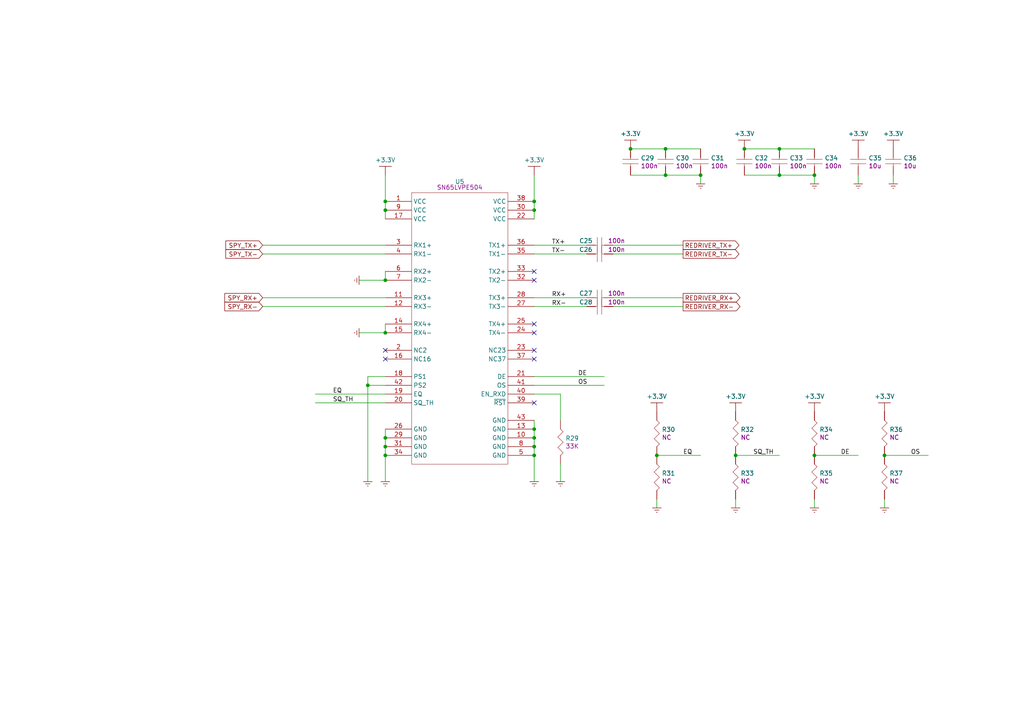
<source format=kicad_sch>
(kicad_sch (version 20200714) (host eeschema "5.99.0-unknown-9a801d8~102~ubuntu18.04.1")
  (page 5 5)
  (paper "A4")
  (title_block (title "EDSCH0003-V1"))
  (lib_symbols
    (symbol "C_0402:C100N_16V_0402" (pin_numbers hide) (pin_names (offset 0.508) hide)
      (property "Reference" "C" (at 5.08 2.286 0))
      (property "Field4" "100n" (at 5.08 -0.254 0))
      (symbol "C100N_16V_0402_0_1"
        (polyline (pts (xy 2.54 0) (xy 2.54 -0.508)) (stroke (width 0.1016)))
        (polyline (pts (xy 0.254 -1.778) (xy 4.826 -1.778)) (stroke (width 0.1016)))
        (polyline (pts (xy 0.254 -0.508) (xy 4.826 -0.508)) (stroke (width 0.1016)))
        (polyline (pts (xy 2.54 -2.54) (xy 2.54 -1.778)) (stroke (width 0.1016)))
      )
      (symbol "C100N_16V_0402_0_0"
        (pin passive line (at 2.54 2.54 270) (length 2.54) (name "1") (number "1"))
        (pin passive line (at 2.54 -5.08 90) (length 2.54) (name "2") (number "2"))
      )
    )
    (symbol "C_1206:C10U_50V_1206" (pin_numbers hide) (pin_names (offset 0.508) hide)
      (property "Reference" "C" (at 2.54 2.286 0))
      (property "Field4" "10u" (at 2.54 -2.794 0))
      (symbol "C10U_50V_1206_0_1"
        (polyline (pts (xy 2.54 0) (xy 2.54 -0.508)) (stroke (width 0.1016)))
        (polyline (pts (xy 0.254 -1.778) (xy 4.826 -1.778)) (stroke (width 0.1016)))
        (polyline (pts (xy 0.254 -0.508) (xy 4.826 -0.508)) (stroke (width 0.1016)))
        (polyline (pts (xy 2.54 -2.54) (xy 2.54 -1.778)) (stroke (width 0.1016)))
      )
      (symbol "C10U_50V_1206_0_0"
        (pin passive line (at 2.54 2.54 270) (length 2.54) (name "1") (number "1"))
        (pin passive line (at 2.54 -5.08 90) (length 2.54) (name "2") (number "2"))
      )
    )
    (symbol "EDSCH0003-V2-A-rescue:+3.3V-MISC_KiCAD" (power) (pin_numbers hide) (pin_names (offset 0) hide)
      (property "Value" "+3.3V-MISC_KiCAD" (at 0 3.556 0))
      (symbol "+3.3V-MISC_KiCAD_0_1"
        (polyline (pts (xy -1.778 2.54) (xy 1.778 2.54)))
        (polyline (pts (xy 0 0) (xy 0 2.54)))
      )
      (symbol "+3.3V-MISC_KiCAD_1_1"
        (pin power_in line (at 0 0 90) (length 0) hide (name "+3.3V") (number "1"))
      )
    )
    (symbol "EDSCH0003-V2-A-rescue:GND-MISC_KiCAD" (power) (pin_numbers hide) (pin_names (offset 0) hide)
      (symbol "GND-MISC_KiCAD_0_1"
        (polyline (pts (xy -0.635 -0.635) (xy 0.635 -0.635)))
        (polyline (pts (xy -0.127 -1.27) (xy 0.127 -1.27)))
        (polyline (pts (xy 1.27 0) (xy -1.27 0)))
      )
      (symbol "GND-MISC_KiCAD_1_1"
        (pin power_in line (at 0 0 270) (length 0) hide (name "GND") (number "1"))
      )
    )
    (symbol "EDSCH0003-V2-A-rescue:PCIe_HALF_x4_Gen2_SN65LVPE504-analyzer" (pin_names (offset 0.508))
      (property "Reference" "U" (at 0 2.286 0))
      (property "Field4" "SN65LVPE504" (at 0 -78.994 0))
      (symbol "PCIe_HALF_x4_Gen2_SN65LVPE504-analyzer_0_1"
        (rectangle (start 0 0) (end 27.94 -78.74) (stroke (width 0.1016)))
      )
      (symbol "PCIe_HALF_x4_Gen2_SN65LVPE504-analyzer_0_0"
        (pin power_in line (at -7.62 -2.54 0) (length 7.62) (name "VCC") (number "1"))
        (pin power_in line (at 35.56 -71.12 180) (length 7.62) (name "GND") (number "10"))
        (pin passive line (at -7.62 -30.48 0) (length 7.62) (name "RX3+") (number "11"))
        (pin passive line (at -7.62 -33.02 0) (length 7.62) (name "RX3-") (number "12"))
        (pin power_in line (at 35.56 -68.58 180) (length 7.62) (name "GND") (number "13"))
        (pin passive line (at -7.62 -38.1 0) (length 7.62) (name "RX4+") (number "14"))
        (pin passive line (at -7.62 -40.64 0) (length 7.62) (name "RX4-") (number "15"))
        (pin passive line (at -7.62 -48.26 0) (length 7.62) (name "NC16") (number "16"))
        (pin power_in line (at -7.62 -7.62 0) (length 7.62) (name "VCC") (number "17"))
        (pin passive line (at -7.62 -53.34 0) (length 7.62) (name "PS1") (number "18"))
        (pin passive line (at -7.62 -58.42 0) (length 7.62) (name "EQ") (number "19"))
        (pin passive line (at -7.62 -45.72 0) (length 7.62) (name "NC2") (number "2"))
        (pin passive line (at -7.62 -60.96 0) (length 7.62) (name "SQ_TH") (number "20"))
        (pin passive line (at 35.56 -53.34 180) (length 7.62) (name "DE") (number "21"))
        (pin power_in line (at 35.56 -7.62 180) (length 7.62) (name "VCC") (number "22"))
        (pin passive line (at 35.56 -45.72 180) (length 7.62) (name "NC23") (number "23"))
        (pin passive line (at 35.56 -40.64 180) (length 7.62) (name "TX4-") (number "24"))
        (pin passive line (at 35.56 -38.1 180) (length 7.62) (name "TX4+") (number "25"))
        (pin power_in line (at -7.62 -68.58 0) (length 7.62) (name "GND") (number "26"))
        (pin passive line (at 35.56 -33.02 180) (length 7.62) (name "TX3-") (number "27"))
        (pin passive line (at 35.56 -30.48 180) (length 7.62) (name "TX3+") (number "28"))
        (pin power_in line (at -7.62 -71.12 0) (length 7.62) (name "GND") (number "29"))
        (pin passive line (at -7.62 -15.24 0) (length 7.62) (name "RX1+") (number "3"))
        (pin power_in line (at 35.56 -5.08 180) (length 7.62) (name "VCC") (number "30"))
        (pin power_in line (at -7.62 -73.66 0) (length 7.62) (name "GND") (number "31"))
        (pin passive line (at 35.56 -25.4 180) (length 7.62) (name "TX2-") (number "32"))
        (pin passive line (at 35.56 -22.86 180) (length 7.62) (name "TX2+") (number "33"))
        (pin power_in line (at -7.62 -76.2 0) (length 7.62) (name "GND") (number "34"))
        (pin passive line (at 35.56 -17.78 180) (length 7.62) (name "TX1-") (number "35"))
        (pin passive line (at 35.56 -15.24 180) (length 7.62) (name "TX1+") (number "36"))
        (pin passive line (at 35.56 -48.26 180) (length 7.62) (name "NC37") (number "37"))
        (pin power_in line (at 35.56 -2.54 180) (length 7.62) (name "VCC") (number "38"))
        (pin passive line (at 35.56 -60.96 180) (length 7.62) (name "~RST") (number "39"))
        (pin passive line (at -7.62 -17.78 0) (length 7.62) (name "RX1-") (number "4"))
        (pin passive line (at 35.56 -58.42 180) (length 7.62) (name "EN_RXD") (number "40"))
        (pin passive line (at 35.56 -55.88 180) (length 7.62) (name "OS") (number "41"))
        (pin passive line (at -7.62 -55.88 0) (length 7.62) (name "PS2") (number "42"))
        (pin power_in line (at 35.56 -66.04 180) (length 7.62) (name "GND") (number "43"))
        (pin power_in line (at 35.56 -76.2 180) (length 7.62) (name "GND") (number "5"))
        (pin passive line (at -7.62 -22.86 0) (length 7.62) (name "RX2+") (number "6"))
        (pin passive line (at -7.62 -25.4 0) (length 7.62) (name "RX2-") (number "7"))
        (pin power_in line (at 35.56 -73.66 180) (length 7.62) (name "GND") (number "8"))
        (pin power_in line (at -7.62 -5.08 0) (length 7.62) (name "VCC") (number "9"))
      )
    )
    (symbol "EDSCH0003-V2-A-rescue:R_NC_0402-analyzer" (pin_numbers hide) (pin_names (offset 0.508) hide)
      (property "Reference" "R" (at 5.08 -0.254 0))
      (property "Field4" "NC" (at 5.08 -2.794 0))
      (symbol "R_NC_0402-analyzer_0_1"
        (polyline (pts (xy 1.778 -5.334) (xy 3.302 -6.858)) (stroke (width 0.1016)))
        (polyline (pts (xy 1.778 -2.286) (xy 3.302 -3.81)) (stroke (width 0.1016)))
        (polyline (pts (xy 2.54 0) (xy 3.302 -0.762)) (stroke (width 0.1016)))
        (polyline (pts (xy 3.302 -6.858) (xy 2.54 -7.62)) (stroke (width 0.1016)))
        (polyline (pts (xy 3.302 -3.81) (xy 1.778 -5.334)) (stroke (width 0.1016)))
        (polyline (pts (xy 3.302 -0.762) (xy 1.778 -2.286)) (stroke (width 0.1016)))
      )
      (symbol "R_NC_0402-analyzer_0_0"
        (pin passive line (at 2.54 2.54 270) (length 2.54) (name "1") (number "1"))
        (pin passive line (at 2.54 -10.16 90) (length 2.54) (name "2") (number "2"))
      )
    )
    (symbol "R_0402:R33K_1%_0402" (pin_numbers hide) (pin_names (offset 0.508) hide)
      (property "Reference" "R" (at 5.08 -0.254 0))
      (property "Field4" "33K" (at 5.08 -2.794 0))
      (symbol "R33K_1%_0402_0_1"
        (polyline (pts (xy 2.54 0) (xy 3.302 -0.762)) (stroke (width 0.1016)))
        (polyline (pts (xy 3.302 -0.762) (xy 1.778 -2.286)) (stroke (width 0.1016)))
        (polyline (pts (xy 1.778 -2.286) (xy 3.302 -3.81)) (stroke (width 0.1016)))
        (polyline (pts (xy 3.302 -3.81) (xy 1.778 -5.334)) (stroke (width 0.1016)))
        (polyline (pts (xy 1.778 -5.334) (xy 3.302 -6.858)) (stroke (width 0.1016)))
        (polyline (pts (xy 3.302 -6.858) (xy 2.54 -7.62)) (stroke (width 0.1016)))
      )
      (symbol "R33K_1%_0402_0_0"
        (pin passive line (at 2.54 2.54 270) (length 2.54) (name "1") (number "1"))
        (pin passive line (at 2.54 -10.16 90) (length 2.54) (name "2") (number "2"))
      )
    )
  )
  (junction (at 106.68 111.76))
  (junction (at 111.76 58.42))
  (junction (at 111.76 60.96))
  (junction (at 111.76 81.28))
  (junction (at 111.76 96.52))
  (junction (at 111.76 127))
  (junction (at 111.76 129.54))
  (junction (at 111.76 132.08))
  (junction (at 154.94 58.42))
  (junction (at 154.94 60.96))
  (junction (at 154.94 124.46))
  (junction (at 154.94 127))
  (junction (at 154.94 129.54))
  (junction (at 154.94 132.08))
  (junction (at 182.88 43.18))
  (junction (at 190.5 132.08))
  (junction (at 193.04 43.18))
  (junction (at 193.04 50.8))
  (junction (at 203.2 50.8))
  (junction (at 213.36 132.08))
  (junction (at 215.9 43.18))
  (junction (at 226.06 43.18))
  (junction (at 226.06 50.8))
  (junction (at 236.22 50.8))
  (junction (at 236.22 132.08))
  (junction (at 256.54 132.08))
  (no_connect (at 111.76 104.14))
  (no_connect (at 154.94 116.84))
  (no_connect (at 154.94 81.28))
  (no_connect (at 154.94 78.74))
  (no_connect (at 154.94 93.98))
  (no_connect (at 154.94 101.6))
  (no_connect (at 111.76 101.6))
  (no_connect (at 154.94 104.14))
  (no_connect (at 154.94 96.52))
  (wire (pts (xy 76.2 73.66) (xy 111.76 73.66)))
  (wire (pts (xy 76.2 88.9) (xy 111.76 88.9)))
  (wire (pts (xy 106.68 109.22) (xy 106.68 111.76)))
  (wire (pts (xy 106.68 111.76) (xy 106.68 139.7)))
  (wire (pts (xy 111.76 50.8) (xy 111.76 58.42)))
  (wire (pts (xy 111.76 58.42) (xy 111.76 60.96)))
  (wire (pts (xy 111.76 60.96) (xy 111.76 63.5)))
  (wire (pts (xy 111.76 71.12) (xy 76.2 71.12)))
  (wire (pts (xy 111.76 78.74) (xy 111.76 81.28)))
  (wire (pts (xy 111.76 81.28) (xy 104.14 81.28)))
  (wire (pts (xy 111.76 86.36) (xy 76.2 86.36)))
  (wire (pts (xy 111.76 93.98) (xy 111.76 96.52)))
  (wire (pts (xy 111.76 96.52) (xy 104.14 96.52)))
  (wire (pts (xy 111.76 109.22) (xy 106.68 109.22)))
  (wire (pts (xy 111.76 111.76) (xy 106.68 111.76)))
  (wire (pts (xy 111.76 114.3) (xy 91.44 114.3)))
  (wire (pts (xy 111.76 116.84) (xy 91.44 116.84)))
  (wire (pts (xy 111.76 124.46) (xy 111.76 127)))
  (wire (pts (xy 111.76 127) (xy 111.76 129.54)))
  (wire (pts (xy 111.76 129.54) (xy 111.76 132.08)))
  (wire (pts (xy 111.76 132.08) (xy 111.76 139.7)))
  (wire (pts (xy 154.94 58.42) (xy 154.94 50.8)))
  (wire (pts (xy 154.94 60.96) (xy 154.94 58.42)))
  (wire (pts (xy 154.94 63.5) (xy 154.94 60.96)))
  (wire (pts (xy 154.94 73.66) (xy 170.18 73.66)))
  (wire (pts (xy 154.94 88.9) (xy 170.18 88.9)))
  (wire (pts (xy 154.94 114.3) (xy 162.56 114.3)))
  (wire (pts (xy 154.94 121.92) (xy 154.94 124.46)))
  (wire (pts (xy 154.94 124.46) (xy 154.94 127)))
  (wire (pts (xy 154.94 127) (xy 154.94 129.54)))
  (wire (pts (xy 154.94 129.54) (xy 154.94 132.08)))
  (wire (pts (xy 154.94 132.08) (xy 154.94 139.7)))
  (wire (pts (xy 162.56 114.3) (xy 162.56 121.92)))
  (wire (pts (xy 162.56 134.62) (xy 162.56 139.7)))
  (wire (pts (xy 170.18 71.12) (xy 154.94 71.12)))
  (wire (pts (xy 170.18 86.36) (xy 154.94 86.36)))
  (wire (pts (xy 175.26 109.22) (xy 154.94 109.22)))
  (wire (pts (xy 175.26 111.76) (xy 154.94 111.76)))
  (wire (pts (xy 177.8 73.66) (xy 198.12 73.66)))
  (wire (pts (xy 177.8 88.9) (xy 198.12 88.9)))
  (wire (pts (xy 182.88 43.18) (xy 193.04 43.18)))
  (wire (pts (xy 182.88 50.8) (xy 193.04 50.8)))
  (wire (pts (xy 190.5 132.08) (xy 203.2 132.08)))
  (wire (pts (xy 190.5 147.32) (xy 190.5 144.78)))
  (wire (pts (xy 193.04 43.18) (xy 203.2 43.18)))
  (wire (pts (xy 193.04 50.8) (xy 203.2 50.8)))
  (wire (pts (xy 198.12 71.12) (xy 177.8 71.12)))
  (wire (pts (xy 198.12 86.36) (xy 177.8 86.36)))
  (wire (pts (xy 203.2 53.34) (xy 203.2 50.8)))
  (wire (pts (xy 213.36 132.08) (xy 226.06 132.08)))
  (wire (pts (xy 213.36 147.32) (xy 213.36 144.78)))
  (wire (pts (xy 215.9 43.18) (xy 226.06 43.18)))
  (wire (pts (xy 215.9 50.8) (xy 226.06 50.8)))
  (wire (pts (xy 226.06 43.18) (xy 236.22 43.18)))
  (wire (pts (xy 226.06 50.8) (xy 236.22 50.8)))
  (wire (pts (xy 236.22 53.34) (xy 236.22 50.8)))
  (wire (pts (xy 236.22 132.08) (xy 248.92 132.08)))
  (wire (pts (xy 236.22 147.32) (xy 236.22 144.78)))
  (wire (pts (xy 248.92 53.34) (xy 248.92 50.8)))
  (wire (pts (xy 256.54 132.08) (xy 269.24 132.08)))
  (wire (pts (xy 256.54 147.32) (xy 256.54 144.78)))
  (wire (pts (xy 259.08 53.34) (xy 259.08 50.8)))
  (label "EQ" (at 96.52 114.3 0))
  (label "SQ_TH" (at 96.52 116.84 0))
  (label "TX+" (at 160.02 71.12 0))
  (label "TX-" (at 160.02 73.66 0))
  (label "RX+" (at 160.02 86.36 0))
  (label "RX-" (at 160.02 88.9 0))
  (label "DE" (at 167.64 109.22 0))
  (label "OS" (at 167.64 111.76 0))
  (label "EQ" (at 198.12 132.08 0))
  (label "SQ_TH" (at 218.44 132.08 0))
  (label "DE" (at 243.84 132.08 0))
  (label "OS" (at 264.16 132.08 0))
  (global_label "SPY_TX+" (shape input) (at 76.2 71.12 180))
  (global_label "SPY_TX-" (shape input) (at 76.2 73.66 180))
  (global_label "SPY_RX+" (shape input) (at 76.2 86.36 180))
  (global_label "SPY_RX-" (shape input) (at 76.2 88.9 180))
  (global_label "REDRIVER_TX+" (shape output) (at 198.12 71.12 0))
  (global_label "REDRIVER_TX-" (shape output) (at 198.12 73.66 0))
  (global_label "REDRIVER_RX+" (shape output) (at 198.12 86.36 0))
  (global_label "REDRIVER_RX-" (shape output) (at 198.12 88.9 0))
  (symbol (lib_id "EDSCH0003-V2-A-rescue:GND-MISC_KiCAD") (at 104.14 81.28 270) (unit 1)
    (property "Reference" "#PWR056" (effects hide))
    (property "Value" "GND" (effects hide))
  )
  (symbol (lib_id "EDSCH0003-V2-A-rescue:GND-MISC_KiCAD") (at 104.14 96.52 270) (unit 1)
    (property "Reference" "#PWR057" (effects hide))
    (property "Value" "GND" (effects hide))
  )
  (symbol (lib_id "EDSCH0003-V2-A-rescue:GND-MISC_KiCAD") (at 106.68 139.7 0) (unit 1)
    (property "Reference" "#PWR058" (effects hide))
    (property "Value" "GND" (effects hide))
  )
  (symbol (lib_id "EDSCH0003-V2-A-rescue:GND-MISC_KiCAD") (at 111.76 139.7 0) (unit 1)
    (property "Reference" "#PWR060" (effects hide))
    (property "Value" "GND" (effects hide))
  )
  (symbol (lib_id "EDSCH0003-V2-A-rescue:GND-MISC_KiCAD") (at 154.94 139.7 0) (unit 1)
    (property "Reference" "#PWR062" (effects hide))
    (property "Value" "GND" (effects hide))
  )
  (symbol (lib_id "EDSCH0003-V2-A-rescue:GND-MISC_KiCAD") (at 162.56 139.7 0) (unit 1)
    (property "Reference" "#PWR063" (effects hide))
    (property "Value" "GND" (effects hide))
  )
  (symbol (lib_id "EDSCH0003-V2-A-rescue:GND-MISC_KiCAD") (at 190.5 147.32 0) (unit 1)
    (property "Reference" "#PWR066" (effects hide))
    (property "Value" "GND" (effects hide))
  )
  (symbol (lib_id "EDSCH0003-V2-A-rescue:GND-MISC_KiCAD") (at 203.2 53.34 0) (unit 1)
    (property "Reference" "#PWR067" (effects hide))
    (property "Value" "GND" (effects hide))
  )
  (symbol (lib_id "EDSCH0003-V2-A-rescue:GND-MISC_KiCAD") (at 213.36 147.32 0) (unit 1)
    (property "Reference" "#PWR069" (effects hide))
    (property "Value" "GND" (effects hide))
  )
  (symbol (lib_id "EDSCH0003-V2-A-rescue:GND-MISC_KiCAD") (at 236.22 53.34 0) (unit 1)
    (property "Reference" "#PWR071" (effects hide))
    (property "Value" "GND" (effects hide))
  )
  (symbol (lib_id "EDSCH0003-V2-A-rescue:GND-MISC_KiCAD") (at 236.22 147.32 0) (unit 1)
    (property "Reference" "#PWR073" (effects hide))
    (property "Value" "GND" (effects hide))
  )
  (symbol (lib_id "EDSCH0003-V2-A-rescue:GND-MISC_KiCAD") (at 248.92 53.34 0)
    (property "Reference" "#PWR075" (effects hide))
    (property "Value" "GND" (effects hide))
  )
  (symbol (lib_id "EDSCH0003-V2-A-rescue:GND-MISC_KiCAD") (at 256.54 147.32 0) (unit 1)
    (property "Reference" "#PWR077" (effects hide))
    (property "Value" "GND" (effects hide))
  )
  (symbol (lib_id "EDSCH0003-V2-A-rescue:GND-MISC_KiCAD") (at 259.08 53.34 0)
    (property "Reference" "#PWR079" (effects hide))
    (property "Value" "GND" (effects hide))
  )
  (symbol (lib_id "EDSCH0003-V2-A-rescue:+3.3V-MISC_KiCAD") (at 111.76 50.8 0) (unit 1)
    (property "Reference" "#PWR059" (effects hide))
    (property "Value" "+3.3V" (at 111.76 46.4058 0))
  )
  (symbol (lib_id "EDSCH0003-V2-A-rescue:+3.3V-MISC_KiCAD") (at 154.94 50.8 0) (unit 1)
    (property "Reference" "#PWR061" (effects hide))
    (property "Value" "+3.3V" (at 154.94 46.4058 0))
  )
  (symbol (lib_id "EDSCH0003-V2-A-rescue:+3.3V-MISC_KiCAD") (at 182.88 43.18 0) (unit 1)
    (property "Reference" "#PWR064" (effects hide))
    (property "Value" "+3.3V" (at 182.88 38.7858 0))
  )
  (symbol (lib_id "EDSCH0003-V2-A-rescue:+3.3V-MISC_KiCAD") (at 190.5 119.38 0) (unit 1)
    (property "Reference" "#PWR065" (effects hide))
    (property "Value" "+3.3V" (at 190.5 114.9858 0))
  )
  (symbol (lib_id "EDSCH0003-V2-A-rescue:+3.3V-MISC_KiCAD") (at 213.36 119.38 0) (unit 1)
    (property "Reference" "#PWR068" (effects hide))
    (property "Value" "+3.3V" (at 213.36 114.9858 0))
  )
  (symbol (lib_id "EDSCH0003-V2-A-rescue:+3.3V-MISC_KiCAD") (at 215.9 43.18 0) (unit 1)
    (property "Reference" "#PWR070" (effects hide))
    (property "Value" "+3.3V" (at 215.9 38.7858 0))
  )
  (symbol (lib_id "EDSCH0003-V2-A-rescue:+3.3V-MISC_KiCAD") (at 236.22 119.38 0) (unit 1)
    (property "Reference" "#PWR072" (effects hide))
    (property "Value" "+3.3V" (at 236.22 114.9858 0))
  )
  (symbol (lib_id "EDSCH0003-V2-A-rescue:+3.3V-MISC_KiCAD") (at 248.92 43.18 0) (unit 1)
    (property "Reference" "#PWR074" (effects hide))
    (property "Value" "+3.3V" (at 248.92 38.7858 0))
  )
  (symbol (lib_id "EDSCH0003-V2-A-rescue:+3.3V-MISC_KiCAD") (at 256.54 119.38 0) (unit 1)
    (property "Reference" "#PWR076" (effects hide))
    (property "Value" "+3.3V" (at 256.54 114.9858 0))
  )
  (symbol (lib_id "EDSCH0003-V2-A-rescue:+3.3V-MISC_KiCAD") (at 259.08 43.18 0) (unit 1)
    (property "Reference" "#PWR078" (effects hide))
    (property "Value" "+3.3V" (at 259.08 38.7858 0))
  )
  (symbol (lib_id "R_0402:R33K_1%_0402") (at 160.02 124.46 0) (unit 1)
    (property "Reference" "R29" (at 164.0078 127.127 0) (effects (justify left)))
    (property "Value" "R33K_1%_0402" (effects hide))
    (property "Footprint" "ed_footprints:r_smt0402_ref" (effects hide))
    (property "Field4" "33K" (at 164.0078 129.413 0) (effects (justify left)))
    (property "a_CODE_ODY" "ODE1246" (effects hide))
  )
  (symbol (lib_id "EDSCH0003-V2-A-rescue:R_NC_0402-analyzer") (at 187.96 121.92 0) (unit 1)
    (property "Reference" "R30" (at 191.9478 124.587 0) (effects (justify left)))
    (property "Value" "R_NC_0402" (effects hide))
    (property "Footprint" "ed_footprints:r_smt0402_ref" (effects hide))
    (property "Field4" "NC" (at 191.9478 126.873 0) (effects (justify left)))
  )
  (symbol (lib_id "EDSCH0003-V2-A-rescue:R_NC_0402-analyzer") (at 187.96 134.62 0) (unit 1)
    (property "Reference" "R31" (at 191.9478 137.287 0) (effects (justify left)))
    (property "Value" "R_NC_0402" (effects hide))
    (property "Footprint" "ed_footprints:r_smt0402_ref" (effects hide))
    (property "Field4" "NC" (at 191.9478 139.573 0) (effects (justify left)))
  )
  (symbol (lib_id "EDSCH0003-V2-A-rescue:R_NC_0402-analyzer") (at 210.82 121.92 0) (unit 1)
    (property "Reference" "R32" (at 214.8078 124.587 0) (effects (justify left)))
    (property "Value" "R_NC_0402" (effects hide))
    (property "Footprint" "ed_footprints:r_smt0402_ref" (effects hide))
    (property "Field4" "NC" (at 214.8078 126.873 0) (effects (justify left)))
  )
  (symbol (lib_id "EDSCH0003-V2-A-rescue:R_NC_0402-analyzer") (at 210.82 134.62 0) (unit 1)
    (property "Reference" "R33" (at 214.8078 137.287 0) (effects (justify left)))
    (property "Value" "R_NC_0402" (effects hide))
    (property "Footprint" "ed_footprints:r_smt0402_ref" (effects hide))
    (property "Field4" "NC" (at 214.8078 139.573 0) (effects (justify left)))
  )
  (symbol (lib_id "EDSCH0003-V2-A-rescue:R_NC_0402-analyzer") (at 233.68 121.92 0) (unit 1)
    (property "Reference" "R34" (at 237.6678 124.587 0) (effects (justify left)))
    (property "Value" "R_NC_0402" (effects hide))
    (property "Footprint" "ed_footprints:r_smt0402_ref" (effects hide))
    (property "Field4" "NC" (at 237.6678 126.873 0) (effects (justify left)))
  )
  (symbol (lib_id "EDSCH0003-V2-A-rescue:R_NC_0402-analyzer") (at 233.68 134.62 0) (unit 1)
    (property "Reference" "R35" (at 237.6678 137.287 0) (effects (justify left)))
    (property "Value" "R_NC_0402" (effects hide))
    (property "Footprint" "ed_footprints:r_smt0402_ref" (effects hide))
    (property "Field4" "NC" (at 237.6678 139.573 0) (effects (justify left)))
  )
  (symbol (lib_id "EDSCH0003-V2-A-rescue:R_NC_0402-analyzer") (at 254 121.92 0) (unit 1)
    (property "Reference" "R36" (at 257.9878 124.587 0) (effects (justify left)))
    (property "Value" "R_NC_0402" (effects hide))
    (property "Footprint" "ed_footprints:r_smt0402_ref" (effects hide))
    (property "Field4" "NC" (at 257.9878 126.873 0) (effects (justify left)))
  )
  (symbol (lib_id "EDSCH0003-V2-A-rescue:R_NC_0402-analyzer") (at 254 134.62 0) (unit 1)
    (property "Reference" "R37" (at 257.9878 137.287 0) (effects (justify left)))
    (property "Value" "R_NC_0402" (effects hide))
    (property "Footprint" "ed_footprints:r_smt0402_ref" (effects hide))
    (property "Field4" "NC" (at 257.9878 139.573 0) (effects (justify left)))
  )
  (symbol (lib_id "C_0402:C100N_16V_0402") (at 172.72 73.66 90) (unit 1)
    (property "Reference" "C25" (at 169.926 69.85 90))
    (property "Value" "C100N_16V_0402" (effects hide))
    (property "Footprint" "ed_footprints:r_smt0402_ref" (effects hide))
    (property "Field4" "100n" (at 178.816 69.85 90))
    (property "a_CODE_ODY" "ODE0008" (effects hide))
  )
  (symbol (lib_id "C_0402:C100N_16V_0402") (at 172.72 76.2 90) (unit 1)
    (property "Reference" "C26" (at 169.926 72.39 90))
    (property "Value" "C100N_16V_0402" (effects hide))
    (property "Footprint" "ed_footprints:r_smt0402_ref" (effects hide))
    (property "Field4" "100n" (at 178.816 72.39 90))
    (property "a_CODE_ODY" "ODE0008" (effects hide))
  )
  (symbol (lib_id "C_0402:C100N_16V_0402") (at 172.72 88.9 90) (unit 1)
    (property "Reference" "C27" (at 169.926 85.09 90))
    (property "Value" "C100N_16V_0402" (effects hide))
    (property "Footprint" "ed_footprints:r_smt0402_ref" (effects hide))
    (property "Field4" "100n" (at 178.816 85.09 90))
    (property "a_CODE_ODY" "ODE0008" (effects hide))
  )
  (symbol (lib_id "C_0402:C100N_16V_0402") (at 172.72 91.44 90) (unit 1)
    (property "Reference" "C28" (at 169.926 87.63 90))
    (property "Value" "C100N_16V_0402" (effects hide))
    (property "Footprint" "ed_footprints:r_smt0402_ref" (effects hide))
    (property "Field4" "100n" (at 178.816 87.63 90))
    (property "a_CODE_ODY" "ODE0008" (effects hide))
  )
  (symbol (lib_id "C_0402:C100N_16V_0402") (at 180.34 45.72 0) (unit 1)
    (property "Reference" "C29" (at 185.8518 45.847 0) (effects (justify left)))
    (property "Value" "C100N_16V_0402" (effects hide))
    (property "Footprint" "ed_footprints:r_smt0402_ref" (effects hide))
    (property "Field4" "100n" (at 185.8518 48.133 0) (effects (justify left)))
    (property "a_CODE_ODY" "ODE0008" (effects hide))
  )
  (symbol (lib_id "C_0402:C100N_16V_0402") (at 190.5 45.72 0) (unit 1)
    (property "Reference" "C30" (at 196.0118 45.847 0) (effects (justify left)))
    (property "Value" "C100N_16V_0402" (effects hide))
    (property "Footprint" "ed_footprints:r_smt0402_ref" (effects hide))
    (property "Field4" "100n" (at 196.0118 48.133 0) (effects (justify left)))
    (property "a_CODE_ODY" "ODE0008" (effects hide))
  )
  (symbol (lib_id "C_0402:C100N_16V_0402") (at 200.66 45.72 0) (unit 1)
    (property "Reference" "C31" (at 206.1718 45.847 0) (effects (justify left)))
    (property "Value" "C100N_16V_0402" (effects hide))
    (property "Footprint" "ed_footprints:r_smt0402_ref" (effects hide))
    (property "Field4" "100n" (at 206.1718 48.133 0) (effects (justify left)))
    (property "a_CODE_ODY" "ODE0008" (effects hide))
  )
  (symbol (lib_id "C_0402:C100N_16V_0402") (at 213.36 45.72 0) (unit 1)
    (property "Reference" "C32" (at 218.8718 45.847 0) (effects (justify left)))
    (property "Value" "C100N_16V_0402" (effects hide))
    (property "Footprint" "ed_footprints:r_smt0402_ref" (effects hide))
    (property "Field4" "100n" (at 218.8718 48.133 0) (effects (justify left)))
    (property "a_CODE_ODY" "ODE0008" (effects hide))
  )
  (symbol (lib_id "C_0402:C100N_16V_0402") (at 223.52 45.72 0) (unit 1)
    (property "Reference" "C33" (at 229.0318 45.847 0) (effects (justify left)))
    (property "Value" "C100N_16V_0402" (effects hide))
    (property "Footprint" "ed_footprints:r_smt0402_ref" (effects hide))
    (property "Field4" "100n" (at 229.0318 48.133 0) (effects (justify left)))
    (property "a_CODE_ODY" "ODE0008" (effects hide))
  )
  (symbol (lib_id "C_0402:C100N_16V_0402") (at 233.68 45.72 0) (unit 1)
    (property "Reference" "C34" (at 239.1918 45.847 0) (effects (justify left)))
    (property "Value" "C100N_16V_0402" (effects hide))
    (property "Footprint" "ed_footprints:r_smt0402_ref" (effects hide))
    (property "Field4" "100n" (at 239.1918 48.133 0) (effects (justify left)))
    (property "a_CODE_ODY" "ODE0008" (effects hide))
  )
  (symbol (lib_id "C_1206:C10U_50V_1206") (at 246.38 45.72 0) (unit 1)
    (property "Reference" "C35" (at 251.8918 45.847 0) (effects (justify left)))
    (property "Value" "C10U_50V_1206" (effects hide))
    (property "Footprint" "c_smt1206_ref" (effects hide))
    (property "Field4" "10u" (at 251.8918 48.133 0) (effects (justify left)))
    (property "a_CODE_ODY" "ODE0467" (effects hide))
  )
  (symbol (lib_id "C_1206:C10U_50V_1206") (at 256.54 45.72 0) (unit 1)
    (property "Reference" "C36" (at 262.0518 45.847 0) (effects (justify left)))
    (property "Value" "C10U_50V_1206" (effects hide))
    (property "Footprint" "c_smt1206_ref" (effects hide))
    (property "Field4" "10u" (at 262.0518 48.133 0) (effects (justify left)))
    (property "a_CODE_ODY" "ODE0467" (effects hide))
  )
  (symbol (lib_id "EDSCH0003-V2-A-rescue:PCIe_HALF_x4_Gen2_SN65LVPE504-analyzer") (at 119.38 55.88 0)
    (property "Reference" "U5" (at 133.35 52.6796 0))
    (property "Value" "PCIe_HALF_x4_Gen2_SN65LVPE504" (effects hide))
    (property "Footprint" "ed_footprints:pwqfn-n42" (effects hide))
    (property "Field4" "SN65LVPE504" (at 133.35 54.356 0))
    (property "a_CODE_ODY" "ODE0260" (effects hide))
  )
)
</source>
